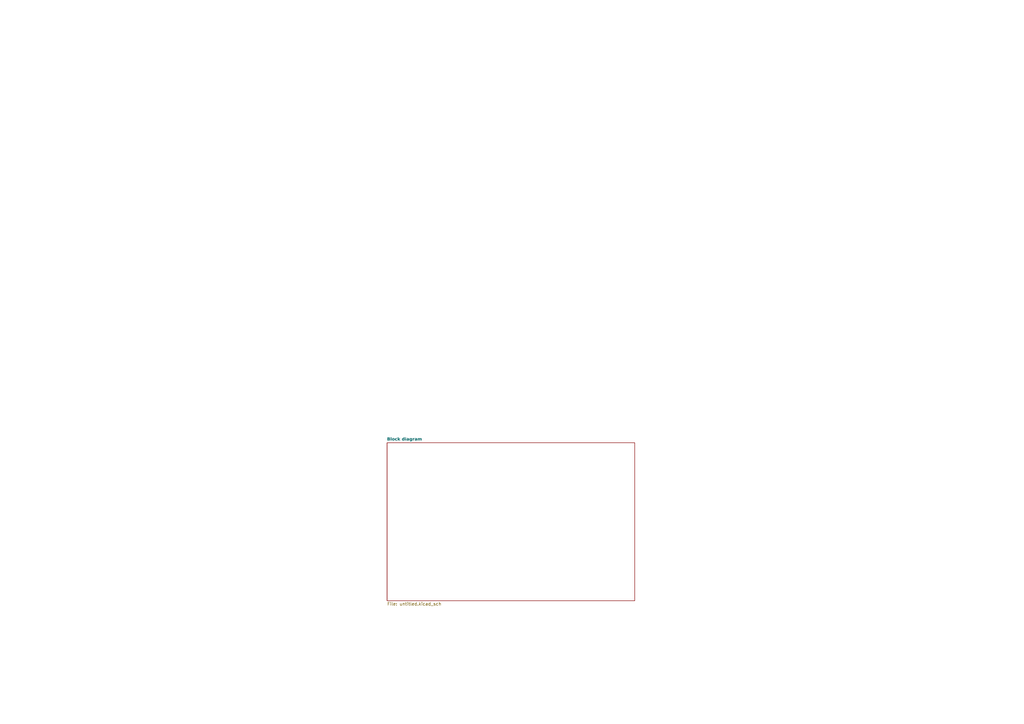
<source format=kicad_sch>
(kicad_sch
	(version 20231120)
	(generator "eeschema")
	(generator_version "8.0")
	(uuid "a4ff6fce-538e-4dc3-b65a-c825f7e52b6f")
	(paper "A3")
	(lib_symbols)
	(sheet
		(at 158.75 181.61)
		(size 101.6 64.77)
		(fields_autoplaced yes)
		(stroke
			(width 0.1524)
			(type solid)
		)
		(fill
			(color 0 0 0 0.0000)
		)
		(uuid "17cefe33-1019-41c0-b394-f7bf4079f83f")
		(property "Sheetname" "Block diagram"
			(at 158.75 180.8984 0)
			(effects
				(font
					(face "Calibri")
					(size 1.27 1.27)
					(bold yes)
				)
				(justify left bottom)
			)
		)
		(property "Sheetfile" "untitled.kicad_sch"
			(at 158.75 246.9646 0)
			(effects
				(font
					(size 1.27 1.27)
				)
				(justify left top)
			)
		)
		(instances
			(project "Power Pcb"
				(path "/a4ff6fce-538e-4dc3-b65a-c825f7e52b6f"
					(page "2")
				)
			)
		)
	)
	(sheet_instances
		(path "/"
			(page "1")
		)
	)
)
</source>
